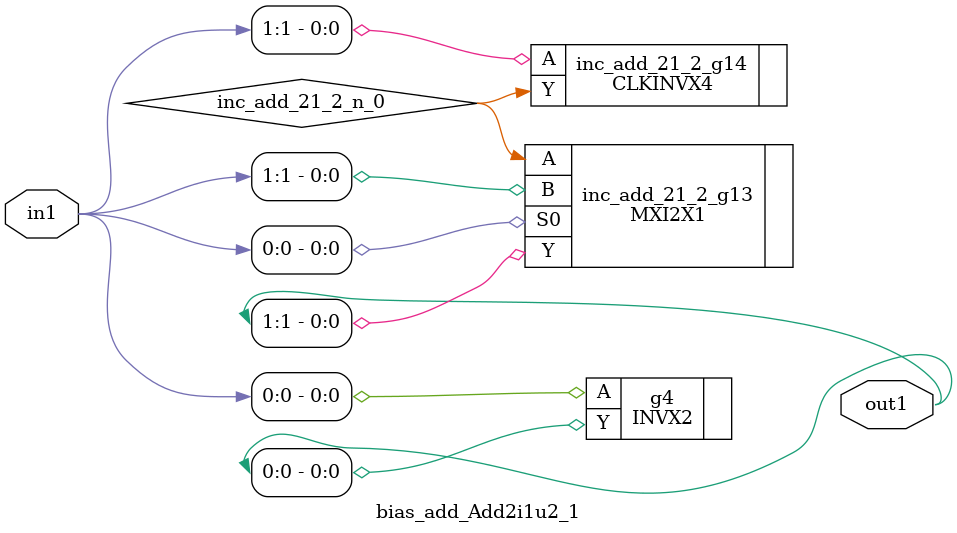
<source format=v>
`timescale 1ps / 1ps


module bias_add_Add2i1u2_1(in1, out1);
  input [1:0] in1;
  output [1:0] out1;
  wire [1:0] in1;
  wire [1:0] out1;
  wire inc_add_21_2_n_0;
  INVX2 g4(.A (in1[0]), .Y (out1[0]));
  MXI2X1 inc_add_21_2_g13(.A (inc_add_21_2_n_0), .B (in1[1]), .S0
       (in1[0]), .Y (out1[1]));
  CLKINVX4 inc_add_21_2_g14(.A (in1[1]), .Y (inc_add_21_2_n_0));
endmodule



</source>
